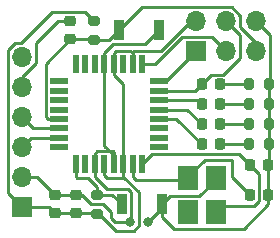
<source format=gbr>
%TF.GenerationSoftware,KiCad,Pcbnew,6.0.0-d3dd2cf0fa~116~ubuntu20.04.1*%
%TF.CreationDate,2022-01-27T11:36:15+01:00*%
%TF.ProjectId,ex00,65783030-2e6b-4696-9361-645f70636258,rev?*%
%TF.SameCoordinates,Original*%
%TF.FileFunction,Copper,L1,Top*%
%TF.FilePolarity,Positive*%
%FSLAX46Y46*%
G04 Gerber Fmt 4.6, Leading zero omitted, Abs format (unit mm)*
G04 Created by KiCad (PCBNEW 6.0.0-d3dd2cf0fa~116~ubuntu20.04.1) date 2022-01-27 11:36:15*
%MOMM*%
%LPD*%
G01*
G04 APERTURE LIST*
G04 Aperture macros list*
%AMRoundRect*
0 Rectangle with rounded corners*
0 $1 Rounding radius*
0 $2 $3 $4 $5 $6 $7 $8 $9 X,Y pos of 4 corners*
0 Add a 4 corners polygon primitive as box body*
4,1,4,$2,$3,$4,$5,$6,$7,$8,$9,$2,$3,0*
0 Add four circle primitives for the rounded corners*
1,1,$1+$1,$2,$3*
1,1,$1+$1,$4,$5*
1,1,$1+$1,$6,$7*
1,1,$1+$1,$8,$9*
0 Add four rect primitives between the rounded corners*
20,1,$1+$1,$2,$3,$4,$5,0*
20,1,$1+$1,$4,$5,$6,$7,0*
20,1,$1+$1,$6,$7,$8,$9,0*
20,1,$1+$1,$8,$9,$2,$3,0*%
G04 Aperture macros list end*
%TA.AperFunction,SMDPad,CuDef*%
%ADD10RoundRect,0.225000X-0.225000X-0.250000X0.225000X-0.250000X0.225000X0.250000X-0.225000X0.250000X0*%
%TD*%
%TA.AperFunction,SMDPad,CuDef*%
%ADD11RoundRect,0.225000X0.250000X-0.225000X0.250000X0.225000X-0.250000X0.225000X-0.250000X-0.225000X0*%
%TD*%
%TA.AperFunction,SMDPad,CuDef*%
%ADD12RoundRect,0.200000X0.275000X-0.200000X0.275000X0.200000X-0.275000X0.200000X-0.275000X-0.200000X0*%
%TD*%
%TA.AperFunction,SMDPad,CuDef*%
%ADD13RoundRect,0.218750X0.218750X0.256250X-0.218750X0.256250X-0.218750X-0.256250X0.218750X-0.256250X0*%
%TD*%
%TA.AperFunction,SMDPad,CuDef*%
%ADD14R,0.550000X1.600000*%
%TD*%
%TA.AperFunction,SMDPad,CuDef*%
%ADD15R,1.600000X0.550000*%
%TD*%
%TA.AperFunction,ComponentPad*%
%ADD16R,1.700000X1.700000*%
%TD*%
%TA.AperFunction,ComponentPad*%
%ADD17O,1.700000X1.700000*%
%TD*%
%TA.AperFunction,SMDPad,CuDef*%
%ADD18RoundRect,0.225000X-0.250000X0.225000X-0.250000X-0.225000X0.250000X-0.225000X0.250000X0.225000X0*%
%TD*%
%TA.AperFunction,SMDPad,CuDef*%
%ADD19RoundRect,0.200000X-0.200000X-0.275000X0.200000X-0.275000X0.200000X0.275000X-0.200000X0.275000X0*%
%TD*%
%TA.AperFunction,SMDPad,CuDef*%
%ADD20R,0.900000X1.700000*%
%TD*%
%TA.AperFunction,SMDPad,CuDef*%
%ADD21RoundRect,0.200000X-0.275000X0.200000X-0.275000X-0.200000X0.275000X-0.200000X0.275000X0.200000X0*%
%TD*%
%TA.AperFunction,SMDPad,CuDef*%
%ADD22R,1.800000X2.100000*%
%TD*%
%TA.AperFunction,ViaPad*%
%ADD23C,0.800000*%
%TD*%
%TA.AperFunction,Conductor*%
%ADD24C,0.250000*%
%TD*%
G04 APERTURE END LIST*
D10*
%TO.P,C2,1*%
%TO.N,/XTAL1*%
X80505000Y-88138000D03*
%TO.P,C2,2*%
%TO.N,GND*%
X82055000Y-88138000D03*
%TD*%
D11*
%TO.P,C5,1*%
%TO.N,+5V*%
X65786000Y-89675000D03*
%TO.P,C5,2*%
%TO.N,GND*%
X65786000Y-88125000D03*
%TD*%
D12*
%TO.P,R2,1*%
%TO.N,+5V*%
X67564000Y-89725000D03*
%TO.P,R2,2*%
%TO.N,/BUT_0*%
X67564000Y-88075000D03*
%TD*%
D13*
%TO.P,D3,1,K*%
%TO.N,Net-(D3-Pad1)*%
X78003500Y-80433333D03*
%TO.P,D3,2,A*%
%TO.N,/LED_2*%
X76428500Y-80433333D03*
%TD*%
%TO.P,D1,1,K*%
%TO.N,Net-(D1-Pad1)*%
X78003500Y-83820000D03*
%TO.P,D1,2,A*%
%TO.N,/LED_0*%
X76428500Y-83820000D03*
%TD*%
D14*
%TO.P,U1,1,PD3*%
%TO.N,/BUT_0*%
X65780000Y-85530000D03*
%TO.P,U1,2,PD4*%
%TO.N,unconnected-(U1-Pad2)*%
X66580000Y-85530000D03*
%TO.P,U1,3,GND*%
%TO.N,GND*%
X67380000Y-85530000D03*
%TO.P,U1,4,VCC*%
%TO.N,+5V*%
X68180000Y-85530000D03*
%TO.P,U1,5,GND*%
%TO.N,GND*%
X68980000Y-85530000D03*
%TO.P,U1,6,VCC*%
%TO.N,+5V*%
X69780000Y-85530000D03*
%TO.P,U1,7,XTAL1/PB6*%
%TO.N,/XTAL1*%
X70580000Y-85530000D03*
%TO.P,U1,8,XTAL2/PB7*%
%TO.N,/XTAL2*%
X71380000Y-85530000D03*
D15*
%TO.P,U1,9,PD5*%
%TO.N,unconnected-(U1-Pad9)*%
X72830000Y-84080000D03*
%TO.P,U1,10,PD6*%
%TO.N,unconnected-(U1-Pad10)*%
X72830000Y-83280000D03*
%TO.P,U1,11,PD7*%
%TO.N,unconnected-(U1-Pad11)*%
X72830000Y-82480000D03*
%TO.P,U1,12,PB0*%
%TO.N,/LED_0*%
X72830000Y-81680000D03*
%TO.P,U1,13,PB1*%
%TO.N,/LED_1*%
X72830000Y-80880000D03*
%TO.P,U1,14,PB2*%
%TO.N,/LED_2*%
X72830000Y-80080000D03*
%TO.P,U1,15,PB3*%
%TO.N,/LED_3{slash}MOSI*%
X72830000Y-79280000D03*
%TO.P,U1,16,PB4*%
%TO.N,/MISO*%
X72830000Y-78480000D03*
D14*
%TO.P,U1,17,PB5*%
%TO.N,/SCK*%
X71380000Y-77030000D03*
%TO.P,U1,18,AVCC*%
%TO.N,+5V*%
X70580000Y-77030000D03*
%TO.P,U1,19,ADC6*%
%TO.N,unconnected-(U1-Pad19)*%
X69780000Y-77030000D03*
%TO.P,U1,20,AREF*%
%TO.N,+5V*%
X68980000Y-77030000D03*
%TO.P,U1,21,GND*%
%TO.N,GND*%
X68180000Y-77030000D03*
%TO.P,U1,22,ADC7*%
%TO.N,unconnected-(U1-Pad22)*%
X67380000Y-77030000D03*
%TO.P,U1,23,PC0*%
%TO.N,unconnected-(U1-Pad23)*%
X66580000Y-77030000D03*
%TO.P,U1,24,PC1*%
%TO.N,unconnected-(U1-Pad24)*%
X65780000Y-77030000D03*
D15*
%TO.P,U1,25,PC2*%
%TO.N,unconnected-(U1-Pad25)*%
X64330000Y-78480000D03*
%TO.P,U1,26,PC3*%
%TO.N,unconnected-(U1-Pad26)*%
X64330000Y-79280000D03*
%TO.P,U1,27,PC4*%
%TO.N,unconnected-(U1-Pad27)*%
X64330000Y-80080000D03*
%TO.P,U1,28,PC5*%
%TO.N,unconnected-(U1-Pad28)*%
X64330000Y-80880000D03*
%TO.P,U1,29,~{RESET}/PC6*%
%TO.N,/~{RESET}*%
X64330000Y-81680000D03*
%TO.P,U1,30,PD0*%
%TO.N,/MCU_RX*%
X64330000Y-82480000D03*
%TO.P,U1,31,PD1*%
%TO.N,/MCU_TX*%
X64330000Y-83280000D03*
%TO.P,U1,32,PD2*%
%TO.N,unconnected-(U1-Pad32)*%
X64330000Y-84080000D03*
%TD*%
D13*
%TO.P,D2,1,K*%
%TO.N,Net-(D2-Pad1)*%
X78003500Y-82126666D03*
%TO.P,D2,2,A*%
%TO.N,/LED_1*%
X76428500Y-82126666D03*
%TD*%
D16*
%TO.P,J1,1,Pin_1*%
%TO.N,+5V*%
X61214000Y-89154000D03*
D17*
%TO.P,J1,2,Pin_2*%
%TO.N,GND*%
X61214000Y-86614000D03*
%TO.P,J1,3,Pin_3*%
%TO.N,/MCU_TX*%
X61214000Y-84074000D03*
%TO.P,J1,4,Pin_4*%
%TO.N,/MCU_RX*%
X61214000Y-81534000D03*
%TO.P,J1,5,Pin_5*%
%TO.N,Net-(C3-Pad1)*%
X61214000Y-78994000D03*
%TO.P,J1,6,Pin_6*%
%TO.N,unconnected-(J1-Pad6)*%
X61214000Y-76454000D03*
%TD*%
D16*
%TO.P,J2,1,MISO*%
%TO.N,/MISO*%
X75946000Y-75946000D03*
D17*
%TO.P,J2,2,VCC*%
%TO.N,+5V*%
X75946000Y-73406000D03*
%TO.P,J2,3,SCK*%
%TO.N,/SCK*%
X78486000Y-75946000D03*
%TO.P,J2,4,MOSI*%
%TO.N,/LED_3{slash}MOSI*%
X78486000Y-73406000D03*
%TO.P,J2,5,~{RST}*%
%TO.N,/~{RESET}*%
X81026000Y-75946000D03*
%TO.P,J2,6,GND*%
%TO.N,GND*%
X81026000Y-73406000D03*
%TD*%
D18*
%TO.P,C3,1*%
%TO.N,Net-(C3-Pad1)*%
X65278000Y-73393000D03*
%TO.P,C3,2*%
%TO.N,/~{RESET}*%
X65278000Y-74943000D03*
%TD*%
D11*
%TO.P,C4,1*%
%TO.N,+5V*%
X64008000Y-89675000D03*
%TO.P,C4,2*%
%TO.N,GND*%
X64008000Y-88125000D03*
%TD*%
D19*
%TO.P,R4,1*%
%TO.N,Net-(D2-Pad1)*%
X80455000Y-82126666D03*
%TO.P,R4,2*%
%TO.N,GND*%
X82105000Y-82126666D03*
%TD*%
%TO.P,R6,1*%
%TO.N,Net-(D4-Pad1)*%
X80455000Y-78740000D03*
%TO.P,R6,2*%
%TO.N,GND*%
X82105000Y-78740000D03*
%TD*%
D10*
%TO.P,C1,1*%
%TO.N,/XTAL2*%
X80505000Y-85598000D03*
%TO.P,C1,2*%
%TO.N,GND*%
X82055000Y-85598000D03*
%TD*%
D13*
%TO.P,D4,1,K*%
%TO.N,Net-(D4-Pad1)*%
X78003500Y-78740000D03*
%TO.P,D4,2,A*%
%TO.N,/LED_3{slash}MOSI*%
X76428500Y-78740000D03*
%TD*%
D20*
%TO.P,SW1,1,1*%
%TO.N,/~{RESET}*%
X69420000Y-74168000D03*
%TO.P,SW1,2,2*%
%TO.N,GND*%
X72820000Y-74168000D03*
%TD*%
D21*
%TO.P,R1,1*%
%TO.N,+5V*%
X67310000Y-73343000D03*
%TO.P,R1,2*%
%TO.N,/~{RESET}*%
X67310000Y-74993000D03*
%TD*%
D19*
%TO.P,R5,1*%
%TO.N,Net-(D3-Pad1)*%
X80455000Y-80433333D03*
%TO.P,R5,2*%
%TO.N,GND*%
X82105000Y-80433333D03*
%TD*%
%TO.P,R3,1*%
%TO.N,Net-(D1-Pad1)*%
X80455000Y-83820000D03*
%TO.P,R3,2*%
%TO.N,GND*%
X82105000Y-83820000D03*
%TD*%
D20*
%TO.P,SW2,1,1*%
%TO.N,/BUT_0*%
X69674000Y-88900000D03*
%TO.P,SW2,2,2*%
%TO.N,GND*%
X73074000Y-88900000D03*
%TD*%
D22*
%TO.P,Y1,1,1*%
%TO.N,/XTAL2*%
X77604000Y-89588000D03*
%TO.P,Y1,2,2*%
%TO.N,GND*%
X77604000Y-86688000D03*
%TO.P,Y1,3,3*%
%TO.N,/XTAL1*%
X75304000Y-86688000D03*
%TO.P,Y1,4*%
%TO.N,N/C*%
X75304000Y-89588000D03*
%TD*%
D23*
%TO.N,GND*%
X71882000Y-90424000D03*
X70358000Y-90424000D03*
%TD*%
D24*
%TO.N,/BUT_0*%
X68849000Y-88075000D02*
X69674000Y-88900000D01*
X65780000Y-85530000D02*
X65780000Y-86580000D01*
X65780000Y-86580000D02*
X65854511Y-86654511D01*
X67564000Y-87399717D02*
X67564000Y-88075000D01*
X66818793Y-86654511D02*
X67564000Y-87399717D01*
X67564000Y-88075000D02*
X68849000Y-88075000D01*
X65854511Y-86654511D02*
X66818793Y-86654511D01*
%TO.N,GND*%
X62497000Y-86614000D02*
X64008000Y-88125000D01*
X66281000Y-88125000D02*
X67056000Y-88900000D01*
X68072000Y-88900000D02*
X68738511Y-89566511D01*
X65786000Y-88125000D02*
X66281000Y-88125000D01*
X82105000Y-80433333D02*
X82105000Y-82126666D01*
X68980000Y-84480000D02*
X68905489Y-84405489D01*
X67380000Y-85530000D02*
X67380000Y-86580000D01*
X77604000Y-86838000D02*
X77604000Y-86688000D01*
X76228511Y-88213489D02*
X77604000Y-86838000D01*
X68943467Y-75342511D02*
X68180000Y-76105978D01*
X70358000Y-90424000D02*
X70448511Y-90333489D01*
X82200511Y-78644489D02*
X82105000Y-78740000D01*
X73074000Y-89232000D02*
X71882000Y-90424000D01*
X67380000Y-86580000D02*
X68425480Y-87625480D01*
X70448511Y-90333489D02*
X70448511Y-87884000D01*
X73760511Y-88213489D02*
X73074000Y-88900000D01*
X70189991Y-87625480D02*
X70448511Y-87884000D01*
X70358000Y-90424000D02*
X69088000Y-90424000D01*
X68180000Y-76105978D02*
X68180000Y-77030000D01*
X82105000Y-78740000D02*
X82105000Y-80433333D01*
X76228511Y-88213489D02*
X73760511Y-88213489D01*
X68425480Y-87625480D02*
X70189991Y-87625480D01*
X68180000Y-77030000D02*
X68180000Y-83928000D01*
X82105000Y-85548000D02*
X82055000Y-85598000D01*
X67056000Y-88900000D02*
X68072000Y-88900000D01*
X73074000Y-88900000D02*
X73074000Y-89232000D01*
X67380000Y-84605978D02*
X67380000Y-85530000D01*
X82055000Y-88138000D02*
X82055000Y-85598000D01*
X81026000Y-73406000D02*
X82200511Y-74580511D01*
X68980000Y-85530000D02*
X68980000Y-84480000D01*
X82200511Y-74580511D02*
X82200511Y-78644489D01*
X68738511Y-90074511D02*
X68738511Y-89566511D01*
X72820000Y-74168000D02*
X71645489Y-75342511D01*
X67580489Y-84405489D02*
X67380000Y-84605978D01*
X79979489Y-90962511D02*
X82055000Y-88887000D01*
X82055000Y-88887000D02*
X82055000Y-88138000D01*
X82105000Y-82126666D02*
X82105000Y-83820000D01*
X68905489Y-84405489D02*
X67580489Y-84405489D01*
X82105000Y-83820000D02*
X82105000Y-85548000D01*
X64008000Y-88125000D02*
X65786000Y-88125000D01*
X61214000Y-86614000D02*
X62497000Y-86614000D01*
X68980000Y-84728000D02*
X68980000Y-85530000D01*
X73074000Y-88900000D02*
X73074000Y-89957022D01*
X68180000Y-83928000D02*
X68980000Y-84728000D01*
X69088000Y-90424000D02*
X68738511Y-90074511D01*
X73074000Y-89957022D02*
X74079489Y-90962511D01*
X71645489Y-75342511D02*
X68943467Y-75342511D01*
X74079489Y-90962511D02*
X79979489Y-90962511D01*
%TO.N,+5V*%
X63487000Y-89154000D02*
X64008000Y-89675000D01*
X67514000Y-89675000D02*
X67564000Y-89725000D01*
X69780000Y-78754022D02*
X68980000Y-77954022D01*
X69180489Y-75905489D02*
X70379511Y-75905489D01*
X70580000Y-76105978D02*
X70580000Y-77030000D01*
X63767755Y-72618480D02*
X61106746Y-75279489D01*
X61214000Y-89154000D02*
X63487000Y-89154000D01*
X68980000Y-77954022D02*
X68980000Y-77030000D01*
X60610511Y-75279489D02*
X60039489Y-75850511D01*
X68980000Y-76105978D02*
X69180489Y-75905489D01*
X65786000Y-89675000D02*
X67514000Y-89675000D01*
X67753283Y-89725000D02*
X69176794Y-91148511D01*
X70379511Y-75905489D02*
X70580000Y-76105978D01*
X75946000Y-73406000D02*
X75501260Y-73406000D01*
X73001771Y-75905489D02*
X70674022Y-75905489D01*
X69685978Y-86654511D02*
X68380489Y-86654511D01*
X70658103Y-91148511D02*
X71120000Y-90686614D01*
X68980000Y-77030000D02*
X68980000Y-76105978D01*
X64008000Y-89675000D02*
X65786000Y-89675000D01*
X67564000Y-89725000D02*
X67753283Y-89725000D01*
X69780000Y-86560489D02*
X69685978Y-86654511D01*
X69780000Y-85530000D02*
X69780000Y-78754022D01*
X60039489Y-87979489D02*
X61214000Y-89154000D01*
X75501260Y-73406000D02*
X73001771Y-75905489D01*
X68380489Y-86654511D02*
X68180000Y-86454022D01*
X60039489Y-75850511D02*
X60039489Y-87979489D01*
X71120000Y-87900489D02*
X69780000Y-86560489D01*
X71120000Y-90686614D02*
X71120000Y-87900489D01*
X61106746Y-75279489D02*
X60610511Y-75279489D01*
X68180000Y-86454022D02*
X68180000Y-85530000D01*
X67310000Y-73343000D02*
X66585480Y-72618480D01*
X69780000Y-86560489D02*
X69780000Y-85530000D01*
X70580000Y-75999511D02*
X70580000Y-77030000D01*
X69176794Y-91148511D02*
X70658103Y-91148511D01*
X70674022Y-75905489D02*
X70580000Y-75999511D01*
X66585480Y-72618480D02*
X63767755Y-72618480D01*
%TO.N,/XTAL1*%
X70868000Y-86868000D02*
X74422000Y-86868000D01*
X75304000Y-86180000D02*
X75304000Y-86479022D01*
X78994000Y-86627000D02*
X78994000Y-85129031D01*
X75304000Y-86180000D02*
X74616000Y-86868000D01*
X75304000Y-86538000D02*
X75304000Y-86688000D01*
X80505000Y-88138000D02*
X78994000Y-86627000D01*
X70580000Y-86580000D02*
X70868000Y-86868000D01*
X78994000Y-85129031D02*
X76712969Y-85129031D01*
X76712969Y-85129031D02*
X75304000Y-86538000D01*
X70580000Y-85530000D02*
X70580000Y-86580000D01*
%TO.N,/XTAL2*%
X79586511Y-84679511D02*
X80505000Y-85598000D01*
X77604000Y-89080000D02*
X80815138Y-89080000D01*
X81279520Y-86372520D02*
X80505000Y-85598000D01*
X77604000Y-89080000D02*
X77604000Y-89379022D01*
X80815138Y-89080000D02*
X81279520Y-88615618D01*
X71380000Y-85530000D02*
X72230489Y-84679511D01*
X81279520Y-88615618D02*
X81279520Y-86372520D01*
X72230489Y-84679511D02*
X79586511Y-84679511D01*
%TO.N,/LED_0*%
X74288500Y-81680000D02*
X76428500Y-83820000D01*
X72830000Y-81680000D02*
X74288500Y-81680000D01*
%TO.N,/LED_1*%
X72830000Y-80880000D02*
X75181834Y-80880000D01*
X75181834Y-80880000D02*
X76428500Y-82126666D01*
%TO.N,/LED_2*%
X76428500Y-80433333D02*
X76075167Y-80080000D01*
X76075167Y-80080000D02*
X72830000Y-80080000D01*
%TO.N,/LED_3{slash}MOSI*%
X79660511Y-74580511D02*
X79660511Y-76549489D01*
X78269520Y-77940480D02*
X77228020Y-77940480D01*
X77228020Y-77940480D02*
X76428500Y-78740000D01*
X78486000Y-73406000D02*
X79660511Y-74580511D01*
X75888500Y-79280000D02*
X72830000Y-79280000D01*
X76428500Y-78740000D02*
X75888500Y-79280000D01*
X79660511Y-76549489D02*
X78269520Y-77940480D01*
%TO.N,/MISO*%
X73412000Y-78480000D02*
X75946000Y-75946000D01*
X72830000Y-78480000D02*
X73412000Y-78480000D01*
%TO.N,/SCK*%
X72512978Y-77030000D02*
X71380000Y-77030000D01*
X77311489Y-74771489D02*
X74771489Y-74771489D01*
X74771489Y-74771489D02*
X72512978Y-77030000D01*
X78486000Y-75946000D02*
X77311489Y-74771489D01*
%TO.N,/~{RESET}*%
X81026000Y-75946000D02*
X81026000Y-75257988D01*
X64330000Y-81680000D02*
X63405978Y-81680000D01*
X81026000Y-75257988D02*
X79660511Y-73892499D01*
X63205489Y-77015511D02*
X65278000Y-74943000D01*
X71356511Y-72231489D02*
X69420000Y-74168000D01*
X67310000Y-74993000D02*
X68595000Y-74993000D01*
X63405978Y-81680000D02*
X63205489Y-81479511D01*
X65278000Y-74943000D02*
X67260000Y-74943000D01*
X68595000Y-74993000D02*
X69420000Y-74168000D01*
X79660511Y-72919501D02*
X78972499Y-72231489D01*
X79660511Y-73892499D02*
X79660511Y-72919501D01*
X67260000Y-74943000D02*
X67310000Y-74993000D01*
X63205489Y-81479511D02*
X63205489Y-77015511D01*
X78972499Y-72231489D02*
X71356511Y-72231489D01*
%TO.N,/MCU_RX*%
X62160000Y-82480000D02*
X64330000Y-82480000D01*
X61214000Y-81534000D02*
X62160000Y-82480000D01*
%TO.N,/MCU_TX*%
X61214000Y-84074000D02*
X62008000Y-83280000D01*
X62008000Y-83280000D02*
X64330000Y-83280000D01*
%TO.N,Net-(D2-Pad1)*%
X80455000Y-82126666D02*
X78003500Y-82126666D01*
%TO.N,Net-(D4-Pad1)*%
X80455000Y-78740000D02*
X78003500Y-78740000D01*
%TO.N,Net-(D3-Pad1)*%
X78003500Y-80433333D02*
X80455000Y-80433333D01*
%TO.N,Net-(D1-Pad1)*%
X78003500Y-83820000D02*
X80455000Y-83820000D01*
%TO.N,Net-(C3-Pad1)*%
X61214000Y-78115010D02*
X62388511Y-76940499D01*
X62388511Y-76940499D02*
X62388511Y-75279489D01*
X62388511Y-75279489D02*
X64275000Y-73393000D01*
X64275000Y-73393000D02*
X65278000Y-73393000D01*
X61214000Y-78994000D02*
X61214000Y-78115010D01*
%TD*%
M02*

</source>
